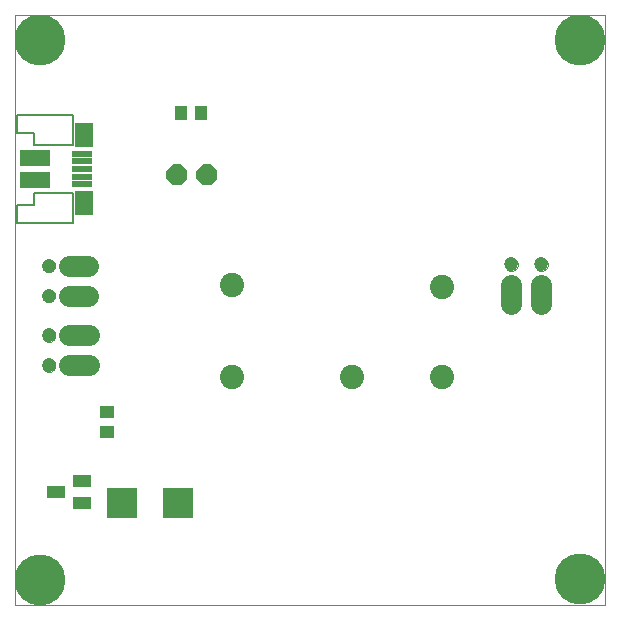
<source format=gbs>
G75*
%MOIN*%
%OFA0B0*%
%FSLAX24Y24*%
%IPPOS*%
%LPD*%
%AMOC8*
5,1,8,0,0,1.08239X$1,22.5*
%
%ADD10C,0.0000*%
%ADD11R,0.0434X0.0473*%
%ADD12OC8,0.0700*%
%ADD13C,0.0690*%
%ADD14C,0.0473*%
%ADD15R,0.1040X0.1040*%
%ADD16R,0.0473X0.0434*%
%ADD17R,0.0591X0.0434*%
%ADD18R,0.0713X0.0197*%
%ADD19R,0.0615X0.0827*%
%ADD20R,0.1024X0.0581*%
%ADD21C,0.0050*%
%ADD22C,0.0808*%
%ADD23C,0.1700*%
D10*
X000285Y000180D02*
X000285Y019865D01*
X019970Y019865D01*
X019970Y000180D01*
X000285Y000180D01*
X001202Y008174D02*
X001204Y008203D01*
X001210Y008231D01*
X001219Y008259D01*
X001232Y008285D01*
X001249Y008308D01*
X001268Y008330D01*
X001290Y008349D01*
X001315Y008364D01*
X001341Y008377D01*
X001369Y008385D01*
X001397Y008390D01*
X001426Y008391D01*
X001455Y008388D01*
X001483Y008381D01*
X001510Y008371D01*
X001536Y008357D01*
X001559Y008340D01*
X001580Y008320D01*
X001598Y008297D01*
X001613Y008272D01*
X001624Y008245D01*
X001632Y008217D01*
X001636Y008188D01*
X001636Y008160D01*
X001632Y008131D01*
X001624Y008103D01*
X001613Y008076D01*
X001598Y008051D01*
X001580Y008028D01*
X001559Y008008D01*
X001536Y007991D01*
X001510Y007977D01*
X001483Y007967D01*
X001455Y007960D01*
X001426Y007957D01*
X001397Y007958D01*
X001369Y007963D01*
X001341Y007971D01*
X001315Y007984D01*
X001290Y007999D01*
X001268Y008018D01*
X001249Y008040D01*
X001232Y008063D01*
X001219Y008089D01*
X001210Y008117D01*
X001204Y008145D01*
X001202Y008174D01*
X001202Y009174D02*
X001204Y009203D01*
X001210Y009231D01*
X001219Y009259D01*
X001232Y009285D01*
X001249Y009308D01*
X001268Y009330D01*
X001290Y009349D01*
X001315Y009364D01*
X001341Y009377D01*
X001369Y009385D01*
X001397Y009390D01*
X001426Y009391D01*
X001455Y009388D01*
X001483Y009381D01*
X001510Y009371D01*
X001536Y009357D01*
X001559Y009340D01*
X001580Y009320D01*
X001598Y009297D01*
X001613Y009272D01*
X001624Y009245D01*
X001632Y009217D01*
X001636Y009188D01*
X001636Y009160D01*
X001632Y009131D01*
X001624Y009103D01*
X001613Y009076D01*
X001598Y009051D01*
X001580Y009028D01*
X001559Y009008D01*
X001536Y008991D01*
X001510Y008977D01*
X001483Y008967D01*
X001455Y008960D01*
X001426Y008957D01*
X001397Y008958D01*
X001369Y008963D01*
X001341Y008971D01*
X001315Y008984D01*
X001290Y008999D01*
X001268Y009018D01*
X001249Y009040D01*
X001232Y009063D01*
X001219Y009089D01*
X001210Y009117D01*
X001204Y009145D01*
X001202Y009174D01*
X001194Y010500D02*
X001196Y010529D01*
X001202Y010557D01*
X001211Y010585D01*
X001224Y010611D01*
X001241Y010634D01*
X001260Y010656D01*
X001282Y010675D01*
X001307Y010690D01*
X001333Y010703D01*
X001361Y010711D01*
X001389Y010716D01*
X001418Y010717D01*
X001447Y010714D01*
X001475Y010707D01*
X001502Y010697D01*
X001528Y010683D01*
X001551Y010666D01*
X001572Y010646D01*
X001590Y010623D01*
X001605Y010598D01*
X001616Y010571D01*
X001624Y010543D01*
X001628Y010514D01*
X001628Y010486D01*
X001624Y010457D01*
X001616Y010429D01*
X001605Y010402D01*
X001590Y010377D01*
X001572Y010354D01*
X001551Y010334D01*
X001528Y010317D01*
X001502Y010303D01*
X001475Y010293D01*
X001447Y010286D01*
X001418Y010283D01*
X001389Y010284D01*
X001361Y010289D01*
X001333Y010297D01*
X001307Y010310D01*
X001282Y010325D01*
X001260Y010344D01*
X001241Y010366D01*
X001224Y010389D01*
X001211Y010415D01*
X001202Y010443D01*
X001196Y010471D01*
X001194Y010500D01*
X001194Y011500D02*
X001196Y011529D01*
X001202Y011557D01*
X001211Y011585D01*
X001224Y011611D01*
X001241Y011634D01*
X001260Y011656D01*
X001282Y011675D01*
X001307Y011690D01*
X001333Y011703D01*
X001361Y011711D01*
X001389Y011716D01*
X001418Y011717D01*
X001447Y011714D01*
X001475Y011707D01*
X001502Y011697D01*
X001528Y011683D01*
X001551Y011666D01*
X001572Y011646D01*
X001590Y011623D01*
X001605Y011598D01*
X001616Y011571D01*
X001624Y011543D01*
X001628Y011514D01*
X001628Y011486D01*
X001624Y011457D01*
X001616Y011429D01*
X001605Y011402D01*
X001590Y011377D01*
X001572Y011354D01*
X001551Y011334D01*
X001528Y011317D01*
X001502Y011303D01*
X001475Y011293D01*
X001447Y011286D01*
X001418Y011283D01*
X001389Y011284D01*
X001361Y011289D01*
X001333Y011297D01*
X001307Y011310D01*
X001282Y011325D01*
X001260Y011344D01*
X001241Y011366D01*
X001224Y011389D01*
X001211Y011415D01*
X001202Y011443D01*
X001196Y011471D01*
X001194Y011500D01*
X016615Y011539D02*
X016617Y011568D01*
X016623Y011596D01*
X016632Y011624D01*
X016645Y011650D01*
X016662Y011673D01*
X016681Y011695D01*
X016703Y011714D01*
X016728Y011729D01*
X016754Y011742D01*
X016782Y011750D01*
X016810Y011755D01*
X016839Y011756D01*
X016868Y011753D01*
X016896Y011746D01*
X016923Y011736D01*
X016949Y011722D01*
X016972Y011705D01*
X016993Y011685D01*
X017011Y011662D01*
X017026Y011637D01*
X017037Y011610D01*
X017045Y011582D01*
X017049Y011553D01*
X017049Y011525D01*
X017045Y011496D01*
X017037Y011468D01*
X017026Y011441D01*
X017011Y011416D01*
X016993Y011393D01*
X016972Y011373D01*
X016949Y011356D01*
X016923Y011342D01*
X016896Y011332D01*
X016868Y011325D01*
X016839Y011322D01*
X016810Y011323D01*
X016782Y011328D01*
X016754Y011336D01*
X016728Y011349D01*
X016703Y011364D01*
X016681Y011383D01*
X016662Y011405D01*
X016645Y011428D01*
X016632Y011454D01*
X016623Y011482D01*
X016617Y011510D01*
X016615Y011539D01*
X017615Y011539D02*
X017617Y011568D01*
X017623Y011596D01*
X017632Y011624D01*
X017645Y011650D01*
X017662Y011673D01*
X017681Y011695D01*
X017703Y011714D01*
X017728Y011729D01*
X017754Y011742D01*
X017782Y011750D01*
X017810Y011755D01*
X017839Y011756D01*
X017868Y011753D01*
X017896Y011746D01*
X017923Y011736D01*
X017949Y011722D01*
X017972Y011705D01*
X017993Y011685D01*
X018011Y011662D01*
X018026Y011637D01*
X018037Y011610D01*
X018045Y011582D01*
X018049Y011553D01*
X018049Y011525D01*
X018045Y011496D01*
X018037Y011468D01*
X018026Y011441D01*
X018011Y011416D01*
X017993Y011393D01*
X017972Y011373D01*
X017949Y011356D01*
X017923Y011342D01*
X017896Y011332D01*
X017868Y011325D01*
X017839Y011322D01*
X017810Y011323D01*
X017782Y011328D01*
X017754Y011336D01*
X017728Y011349D01*
X017703Y011364D01*
X017681Y011383D01*
X017662Y011405D01*
X017645Y011428D01*
X017632Y011454D01*
X017623Y011482D01*
X017617Y011510D01*
X017615Y011539D01*
D11*
X006489Y016572D03*
X005819Y016572D03*
D12*
X005694Y014512D03*
X006694Y014512D03*
D13*
X002736Y011500D02*
X002086Y011500D01*
X002086Y010500D02*
X002736Y010500D01*
X002744Y009174D02*
X002095Y009174D01*
X002095Y008174D02*
X002744Y008174D01*
X016832Y010214D02*
X016832Y010864D01*
X017832Y010864D02*
X017832Y010214D01*
D14*
X017832Y011539D03*
X016832Y011539D03*
X001411Y011500D03*
X001411Y010500D03*
X001419Y009174D03*
X001419Y008174D03*
D15*
X003865Y003599D03*
X005715Y003599D03*
D16*
X003357Y005956D03*
X003357Y006625D03*
D17*
X002537Y004326D03*
X002537Y003578D03*
X001671Y003952D03*
D18*
X002533Y014212D03*
X002533Y014468D03*
X002533Y014724D03*
X002533Y014980D03*
X002533Y015236D03*
D19*
X002584Y015866D03*
X002584Y013582D03*
D20*
X000946Y014355D03*
X000946Y015093D03*
D21*
X000915Y015505D02*
X002222Y015505D01*
X002222Y016518D01*
X001202Y016518D01*
X001206Y016518D01*
X000375Y016518D01*
X000372Y015934D01*
X000915Y015934D01*
X000915Y015505D01*
X000915Y013937D02*
X002222Y013937D01*
X002222Y012923D01*
X001202Y012923D01*
X001202Y012922D01*
X000372Y012922D01*
X000372Y013507D01*
X000915Y013507D01*
X000915Y013937D01*
D22*
X007522Y010863D03*
X007522Y007773D03*
X011522Y007773D03*
X014522Y007773D03*
X014522Y010773D03*
D23*
X019117Y019007D03*
X019114Y001042D03*
X001135Y001030D03*
X001136Y019005D03*
M02*

</source>
